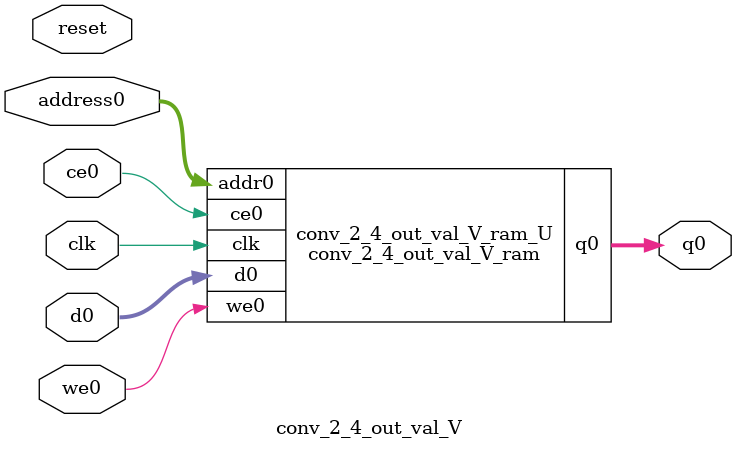
<source format=v>

`timescale 1 ns / 1 ps
module conv_2_4_out_val_V_ram (addr0, ce0, d0, we0, q0,  clk);

parameter DWIDTH = 16;
parameter AWIDTH = 3;
parameter MEM_SIZE = 8;

input[AWIDTH-1:0] addr0;
input ce0;
input[DWIDTH-1:0] d0;
input we0;
output reg[DWIDTH-1:0] q0;
input clk;

(* ram_style = "distributed" *)reg [DWIDTH-1:0] ram[0:MEM_SIZE-1];




always @(posedge clk)  
begin 
    if (ce0) 
    begin
        if (we0) 
        begin 
            ram[addr0] <= d0; 
            q0 <= d0;
        end 
        else 
            q0 <= ram[addr0];
    end
end


endmodule


`timescale 1 ns / 1 ps
module conv_2_4_out_val_V(
    reset,
    clk,
    address0,
    ce0,
    we0,
    d0,
    q0);

parameter DataWidth = 32'd16;
parameter AddressRange = 32'd8;
parameter AddressWidth = 32'd3;
input reset;
input clk;
input[AddressWidth - 1:0] address0;
input ce0;
input we0;
input[DataWidth - 1:0] d0;
output[DataWidth - 1:0] q0;



conv_2_4_out_val_V_ram conv_2_4_out_val_V_ram_U(
    .clk( clk ),
    .addr0( address0 ),
    .ce0( ce0 ),
    .d0( d0 ),
    .we0( we0 ),
    .q0( q0 ));

endmodule


</source>
